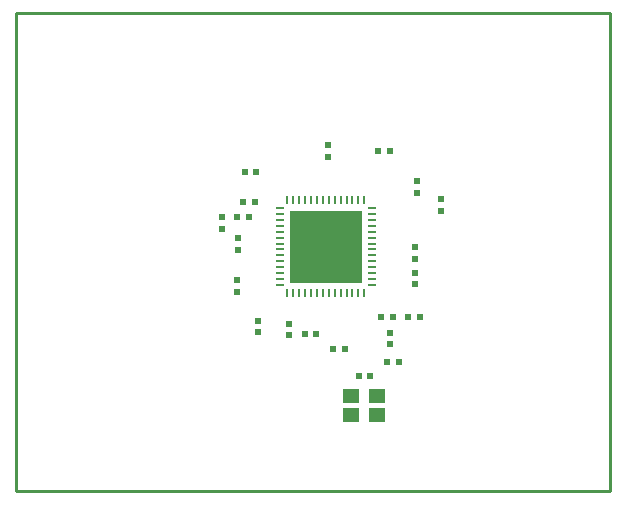
<source format=gtp>
G04*
G04 #@! TF.GenerationSoftware,Altium Limited,Altium Designer,22.9.1 (49)*
G04*
G04 Layer_Color=8421504*
%FSLAX44Y44*%
%MOMM*%
G71*
G04*
G04 #@! TF.SameCoordinates,B494E0AD-35FF-4286-8297-05C0B8817D61*
G04*
G04*
G04 #@! TF.FilePolarity,Positive*
G04*
G01*
G75*
%ADD14C,0.2540*%
%ADD15R,1.4000X1.2000*%
%ADD16R,0.5000X0.6000*%
%ADD17O,0.8000X0.2500*%
%ADD18O,0.2500X0.8000*%
%ADD19R,6.1000X6.1000*%
%ADD20R,0.6000X0.5000*%
D14*
X0Y0D02*
X502920D01*
X0Y405130D02*
X502920D01*
Y0D02*
Y405130D01*
X0Y0D02*
Y405130D01*
D15*
X283210Y80770D02*
D03*
Y64770D02*
D03*
X305210D02*
D03*
Y80770D02*
D03*
D16*
X299640Y97790D02*
D03*
X289640D02*
D03*
X196770Y232410D02*
D03*
X186770D02*
D03*
X323770Y109220D02*
D03*
X313770D02*
D03*
X331550Y147320D02*
D03*
X341550D02*
D03*
X308690D02*
D03*
X318690D02*
D03*
X191850Y245110D02*
D03*
X201850D02*
D03*
X193120Y270510D02*
D03*
X203120D02*
D03*
X316150Y288290D02*
D03*
X306150D02*
D03*
X278050Y120650D02*
D03*
X268050D02*
D03*
X243920Y133350D02*
D03*
X253920D02*
D03*
D17*
X222990Y239870D02*
D03*
Y234870D02*
D03*
Y229870D02*
D03*
Y224870D02*
D03*
Y219870D02*
D03*
Y214870D02*
D03*
Y209870D02*
D03*
Y204870D02*
D03*
Y199870D02*
D03*
Y194870D02*
D03*
Y189870D02*
D03*
Y184870D02*
D03*
Y179870D02*
D03*
Y174870D02*
D03*
X300990D02*
D03*
Y179870D02*
D03*
Y184870D02*
D03*
Y189870D02*
D03*
Y194870D02*
D03*
Y199870D02*
D03*
Y204870D02*
D03*
Y209870D02*
D03*
Y214870D02*
D03*
Y219870D02*
D03*
Y224870D02*
D03*
Y229870D02*
D03*
Y234870D02*
D03*
Y239870D02*
D03*
D18*
X229490Y168370D02*
D03*
X234490D02*
D03*
X239490D02*
D03*
X244490D02*
D03*
X249490D02*
D03*
X254490D02*
D03*
X259490D02*
D03*
X264490D02*
D03*
X269490D02*
D03*
X274490D02*
D03*
X279490D02*
D03*
X284490D02*
D03*
X289490D02*
D03*
X294490D02*
D03*
Y246370D02*
D03*
X289490D02*
D03*
X284490D02*
D03*
X279490D02*
D03*
X274490D02*
D03*
X269490D02*
D03*
X264490D02*
D03*
X259490D02*
D03*
X254490D02*
D03*
X249490D02*
D03*
X244490D02*
D03*
X239490D02*
D03*
X234490D02*
D03*
X229490D02*
D03*
D19*
X261990Y207370D02*
D03*
D20*
X231140Y142160D02*
D03*
Y132160D02*
D03*
X204470Y134700D02*
D03*
Y144700D02*
D03*
X359410Y247570D02*
D03*
Y237570D02*
D03*
X339090Y262810D02*
D03*
Y252810D02*
D03*
X337820Y206930D02*
D03*
Y196930D02*
D03*
Y185340D02*
D03*
Y175340D02*
D03*
X316230Y124540D02*
D03*
Y134540D02*
D03*
X186690Y168990D02*
D03*
Y178990D02*
D03*
X187960Y204630D02*
D03*
Y214630D02*
D03*
X173990Y232330D02*
D03*
Y222330D02*
D03*
X264160Y293290D02*
D03*
Y283290D02*
D03*
M02*

</source>
